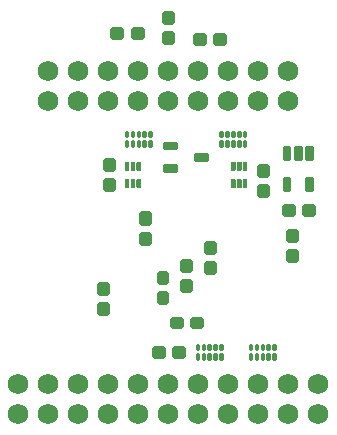
<source format=gbr>
G04 EAGLE Gerber RS-274X export*
G75*
%MOMM*%
%FSLAX34Y34*%
%LPD*%
%INSoldermask Bottom*%
%IPPOS*%
%AMOC8*
5,1,8,0,0,1.08239X$1,22.5*%
G01*
%ADD10C,0.605000*%
%ADD11C,1.750000*%
%ADD12C,0.301000*%

G36*
X-29000Y193545D02*
X-29000Y193545D01*
X-28999Y193545D01*
X-28690Y193594D01*
X-28690Y193595D01*
X-28689Y193595D01*
X-28410Y193737D01*
X-28410Y193738D01*
X-28409Y193737D01*
X-28187Y193959D01*
X-28187Y193960D01*
X-28045Y194239D01*
X-28045Y194240D01*
X-28044Y194240D01*
X-27995Y194549D01*
X-27995Y194550D01*
X-27995Y200250D01*
X-27995Y200251D01*
X-28044Y200560D01*
X-28045Y200560D01*
X-28045Y200561D01*
X-28187Y200840D01*
X-28188Y200840D01*
X-28187Y200841D01*
X-28409Y201063D01*
X-28410Y201063D01*
X-28689Y201206D01*
X-28690Y201205D01*
X-28690Y201206D01*
X-28999Y201255D01*
X-29000Y201255D01*
X-31000Y201255D01*
X-31001Y201255D01*
X-31310Y201206D01*
X-31310Y201205D01*
X-31311Y201206D01*
X-31590Y201063D01*
X-31591Y201063D01*
X-31813Y200841D01*
X-31813Y200840D01*
X-31956Y200561D01*
X-31955Y200560D01*
X-31956Y200560D01*
X-32005Y200251D01*
X-32005Y200250D01*
X-32005Y194550D01*
X-32005Y194549D01*
X-31956Y194240D01*
X-31955Y194240D01*
X-31956Y194239D01*
X-31813Y193960D01*
X-31813Y193959D01*
X-31591Y193737D01*
X-31590Y193737D01*
X-31311Y193595D01*
X-31310Y193595D01*
X-31310Y193594D01*
X-31001Y193545D01*
X-31000Y193545D01*
X-29000Y193545D01*
X-29000Y193545D01*
G37*
G36*
X66000Y193545D02*
X66000Y193545D01*
X66001Y193545D01*
X66310Y193594D01*
X66310Y193595D01*
X66311Y193595D01*
X66590Y193737D01*
X66590Y193738D01*
X66591Y193737D01*
X66813Y193959D01*
X66813Y193960D01*
X66956Y194239D01*
X66955Y194240D01*
X66956Y194240D01*
X67005Y194549D01*
X67005Y194550D01*
X67005Y200250D01*
X67005Y200251D01*
X66956Y200560D01*
X66955Y200560D01*
X66956Y200561D01*
X66813Y200840D01*
X66813Y200841D01*
X66591Y201063D01*
X66590Y201063D01*
X66311Y201206D01*
X66310Y201205D01*
X66310Y201206D01*
X66001Y201255D01*
X66000Y201255D01*
X64000Y201255D01*
X63999Y201255D01*
X63690Y201206D01*
X63690Y201205D01*
X63689Y201206D01*
X63410Y201063D01*
X63409Y201063D01*
X63187Y200841D01*
X63187Y200840D01*
X63045Y200561D01*
X63045Y200560D01*
X63044Y200560D01*
X62995Y200251D01*
X62995Y200250D01*
X62995Y194550D01*
X62995Y194549D01*
X63044Y194240D01*
X63045Y194240D01*
X63045Y194239D01*
X63187Y193960D01*
X63188Y193960D01*
X63187Y193959D01*
X63409Y193737D01*
X63410Y193737D01*
X63689Y193595D01*
X63690Y193595D01*
X63690Y193594D01*
X63999Y193545D01*
X64000Y193545D01*
X66000Y193545D01*
X66000Y193545D01*
G37*
G36*
X-34000Y193545D02*
X-34000Y193545D01*
X-33999Y193545D01*
X-33690Y193594D01*
X-33690Y193595D01*
X-33689Y193595D01*
X-33410Y193737D01*
X-33410Y193738D01*
X-33409Y193737D01*
X-33187Y193959D01*
X-33187Y193960D01*
X-33045Y194239D01*
X-33045Y194240D01*
X-33044Y194240D01*
X-32995Y194549D01*
X-32995Y194550D01*
X-32995Y200250D01*
X-32995Y200251D01*
X-33044Y200560D01*
X-33045Y200560D01*
X-33045Y200561D01*
X-33187Y200840D01*
X-33188Y200840D01*
X-33187Y200841D01*
X-33409Y201063D01*
X-33410Y201063D01*
X-33689Y201206D01*
X-33690Y201205D01*
X-33690Y201206D01*
X-33999Y201255D01*
X-34000Y201255D01*
X-36000Y201255D01*
X-36001Y201255D01*
X-36310Y201206D01*
X-36310Y201205D01*
X-36311Y201206D01*
X-36590Y201063D01*
X-36591Y201063D01*
X-36813Y200841D01*
X-36813Y200840D01*
X-36956Y200561D01*
X-36955Y200560D01*
X-36956Y200560D01*
X-37005Y200251D01*
X-37005Y200250D01*
X-37005Y194550D01*
X-37005Y194549D01*
X-36956Y194240D01*
X-36955Y194240D01*
X-36956Y194239D01*
X-36813Y193960D01*
X-36813Y193959D01*
X-36591Y193737D01*
X-36590Y193737D01*
X-36311Y193595D01*
X-36310Y193595D01*
X-36310Y193594D01*
X-36001Y193545D01*
X-36000Y193545D01*
X-34000Y193545D01*
X-34000Y193545D01*
G37*
G36*
X56000Y193545D02*
X56000Y193545D01*
X56001Y193545D01*
X56310Y193594D01*
X56310Y193595D01*
X56311Y193595D01*
X56590Y193737D01*
X56590Y193738D01*
X56591Y193737D01*
X56813Y193959D01*
X56813Y193960D01*
X56956Y194239D01*
X56955Y194240D01*
X56956Y194240D01*
X57005Y194549D01*
X57005Y194550D01*
X57005Y200250D01*
X57005Y200251D01*
X56956Y200560D01*
X56955Y200560D01*
X56956Y200561D01*
X56813Y200840D01*
X56813Y200841D01*
X56591Y201063D01*
X56590Y201063D01*
X56311Y201206D01*
X56310Y201205D01*
X56310Y201206D01*
X56001Y201255D01*
X56000Y201255D01*
X54000Y201255D01*
X53999Y201255D01*
X53690Y201206D01*
X53690Y201205D01*
X53689Y201206D01*
X53410Y201063D01*
X53409Y201063D01*
X53187Y200841D01*
X53187Y200840D01*
X53045Y200561D01*
X53045Y200560D01*
X53044Y200560D01*
X52995Y200251D01*
X52995Y200250D01*
X52995Y194550D01*
X52995Y194549D01*
X53044Y194240D01*
X53045Y194240D01*
X53045Y194239D01*
X53187Y193960D01*
X53188Y193960D01*
X53187Y193959D01*
X53409Y193737D01*
X53410Y193737D01*
X53689Y193595D01*
X53690Y193595D01*
X53690Y193594D01*
X53999Y193545D01*
X54000Y193545D01*
X56000Y193545D01*
X56000Y193545D01*
G37*
G36*
X-24000Y193545D02*
X-24000Y193545D01*
X-23999Y193545D01*
X-23690Y193594D01*
X-23690Y193595D01*
X-23689Y193595D01*
X-23410Y193737D01*
X-23410Y193738D01*
X-23409Y193737D01*
X-23187Y193959D01*
X-23187Y193960D01*
X-23045Y194239D01*
X-23045Y194240D01*
X-23044Y194240D01*
X-22995Y194549D01*
X-22995Y194550D01*
X-22995Y200250D01*
X-22995Y200251D01*
X-23044Y200560D01*
X-23045Y200560D01*
X-23045Y200561D01*
X-23187Y200840D01*
X-23188Y200840D01*
X-23187Y200841D01*
X-23409Y201063D01*
X-23410Y201063D01*
X-23689Y201206D01*
X-23690Y201205D01*
X-23690Y201206D01*
X-23999Y201255D01*
X-24000Y201255D01*
X-26000Y201255D01*
X-26001Y201255D01*
X-26310Y201206D01*
X-26310Y201205D01*
X-26311Y201206D01*
X-26590Y201063D01*
X-26591Y201063D01*
X-26813Y200841D01*
X-26813Y200840D01*
X-26956Y200561D01*
X-26955Y200560D01*
X-26956Y200560D01*
X-27005Y200251D01*
X-27005Y200250D01*
X-27005Y194550D01*
X-27005Y194549D01*
X-26956Y194240D01*
X-26955Y194240D01*
X-26956Y194239D01*
X-26813Y193960D01*
X-26813Y193959D01*
X-26591Y193737D01*
X-26590Y193737D01*
X-26311Y193595D01*
X-26310Y193595D01*
X-26310Y193594D01*
X-26001Y193545D01*
X-26000Y193545D01*
X-24000Y193545D01*
X-24000Y193545D01*
G37*
G36*
X61000Y193545D02*
X61000Y193545D01*
X61001Y193545D01*
X61310Y193594D01*
X61310Y193595D01*
X61311Y193595D01*
X61590Y193737D01*
X61590Y193738D01*
X61591Y193737D01*
X61813Y193959D01*
X61813Y193960D01*
X61956Y194239D01*
X61955Y194240D01*
X61956Y194240D01*
X62005Y194549D01*
X62005Y194550D01*
X62005Y200250D01*
X62005Y200251D01*
X61956Y200560D01*
X61955Y200560D01*
X61956Y200561D01*
X61813Y200840D01*
X61813Y200841D01*
X61591Y201063D01*
X61590Y201063D01*
X61311Y201206D01*
X61310Y201205D01*
X61310Y201206D01*
X61001Y201255D01*
X61000Y201255D01*
X59000Y201255D01*
X58999Y201255D01*
X58690Y201206D01*
X58690Y201205D01*
X58689Y201206D01*
X58410Y201063D01*
X58409Y201063D01*
X58187Y200841D01*
X58187Y200840D01*
X58045Y200561D01*
X58045Y200560D01*
X58044Y200560D01*
X57995Y200251D01*
X57995Y200250D01*
X57995Y194550D01*
X57995Y194549D01*
X58044Y194240D01*
X58045Y194240D01*
X58045Y194239D01*
X58187Y193960D01*
X58188Y193960D01*
X58187Y193959D01*
X58409Y193737D01*
X58410Y193737D01*
X58689Y193595D01*
X58690Y193595D01*
X58690Y193594D01*
X58999Y193545D01*
X59000Y193545D01*
X61000Y193545D01*
X61000Y193545D01*
G37*
G36*
X-34000Y178745D02*
X-34000Y178745D01*
X-33999Y178745D01*
X-33690Y178794D01*
X-33690Y178795D01*
X-33689Y178795D01*
X-33410Y178937D01*
X-33410Y178938D01*
X-33409Y178937D01*
X-33187Y179159D01*
X-33187Y179160D01*
X-33045Y179439D01*
X-33045Y179440D01*
X-33044Y179440D01*
X-32995Y179749D01*
X-32995Y179750D01*
X-32995Y185450D01*
X-32995Y185451D01*
X-33044Y185760D01*
X-33045Y185760D01*
X-33045Y185761D01*
X-33187Y186040D01*
X-33188Y186040D01*
X-33187Y186041D01*
X-33409Y186263D01*
X-33410Y186263D01*
X-33689Y186406D01*
X-33690Y186405D01*
X-33690Y186406D01*
X-33999Y186455D01*
X-34000Y186455D01*
X-36000Y186455D01*
X-36001Y186455D01*
X-36310Y186406D01*
X-36310Y186405D01*
X-36311Y186406D01*
X-36590Y186263D01*
X-36591Y186263D01*
X-36813Y186041D01*
X-36813Y186040D01*
X-36956Y185761D01*
X-36955Y185760D01*
X-36956Y185760D01*
X-37005Y185451D01*
X-37005Y185450D01*
X-37005Y179750D01*
X-37005Y179749D01*
X-36956Y179440D01*
X-36955Y179440D01*
X-36956Y179439D01*
X-36813Y179160D01*
X-36813Y179159D01*
X-36591Y178937D01*
X-36590Y178937D01*
X-36311Y178795D01*
X-36310Y178795D01*
X-36310Y178794D01*
X-36001Y178745D01*
X-36000Y178745D01*
X-34000Y178745D01*
X-34000Y178745D01*
G37*
G36*
X61000Y178745D02*
X61000Y178745D01*
X61001Y178745D01*
X61310Y178794D01*
X61310Y178795D01*
X61311Y178795D01*
X61590Y178937D01*
X61590Y178938D01*
X61591Y178937D01*
X61813Y179159D01*
X61813Y179160D01*
X61956Y179439D01*
X61955Y179440D01*
X61956Y179440D01*
X62005Y179749D01*
X62005Y179750D01*
X62005Y185450D01*
X62005Y185451D01*
X61956Y185760D01*
X61955Y185760D01*
X61956Y185761D01*
X61813Y186040D01*
X61813Y186041D01*
X61591Y186263D01*
X61590Y186263D01*
X61311Y186406D01*
X61310Y186405D01*
X61310Y186406D01*
X61001Y186455D01*
X61000Y186455D01*
X59000Y186455D01*
X58999Y186455D01*
X58690Y186406D01*
X58690Y186405D01*
X58689Y186406D01*
X58410Y186263D01*
X58409Y186263D01*
X58187Y186041D01*
X58187Y186040D01*
X58045Y185761D01*
X58045Y185760D01*
X58044Y185760D01*
X57995Y185451D01*
X57995Y185450D01*
X57995Y179750D01*
X57995Y179749D01*
X58044Y179440D01*
X58045Y179440D01*
X58045Y179439D01*
X58187Y179160D01*
X58188Y179160D01*
X58187Y179159D01*
X58409Y178937D01*
X58410Y178937D01*
X58689Y178795D01*
X58690Y178795D01*
X58690Y178794D01*
X58999Y178745D01*
X59000Y178745D01*
X61000Y178745D01*
X61000Y178745D01*
G37*
G36*
X-24000Y178745D02*
X-24000Y178745D01*
X-23999Y178745D01*
X-23690Y178794D01*
X-23690Y178795D01*
X-23689Y178795D01*
X-23410Y178937D01*
X-23410Y178938D01*
X-23409Y178937D01*
X-23187Y179159D01*
X-23187Y179160D01*
X-23045Y179439D01*
X-23045Y179440D01*
X-23044Y179440D01*
X-22995Y179749D01*
X-22995Y179750D01*
X-22995Y185450D01*
X-22995Y185451D01*
X-23044Y185760D01*
X-23045Y185760D01*
X-23045Y185761D01*
X-23187Y186040D01*
X-23188Y186040D01*
X-23187Y186041D01*
X-23409Y186263D01*
X-23410Y186263D01*
X-23689Y186406D01*
X-23690Y186405D01*
X-23690Y186406D01*
X-23999Y186455D01*
X-24000Y186455D01*
X-26000Y186455D01*
X-26001Y186455D01*
X-26310Y186406D01*
X-26310Y186405D01*
X-26311Y186406D01*
X-26590Y186263D01*
X-26591Y186263D01*
X-26813Y186041D01*
X-26813Y186040D01*
X-26956Y185761D01*
X-26955Y185760D01*
X-26956Y185760D01*
X-27005Y185451D01*
X-27005Y185450D01*
X-27005Y179750D01*
X-27005Y179749D01*
X-26956Y179440D01*
X-26955Y179440D01*
X-26956Y179439D01*
X-26813Y179160D01*
X-26813Y179159D01*
X-26591Y178937D01*
X-26590Y178937D01*
X-26311Y178795D01*
X-26310Y178795D01*
X-26310Y178794D01*
X-26001Y178745D01*
X-26000Y178745D01*
X-24000Y178745D01*
X-24000Y178745D01*
G37*
G36*
X-29000Y178745D02*
X-29000Y178745D01*
X-28999Y178745D01*
X-28690Y178794D01*
X-28690Y178795D01*
X-28689Y178795D01*
X-28410Y178937D01*
X-28410Y178938D01*
X-28409Y178937D01*
X-28187Y179159D01*
X-28187Y179160D01*
X-28045Y179439D01*
X-28045Y179440D01*
X-28044Y179440D01*
X-27995Y179749D01*
X-27995Y179750D01*
X-27995Y185450D01*
X-27995Y185451D01*
X-28044Y185760D01*
X-28045Y185760D01*
X-28045Y185761D01*
X-28187Y186040D01*
X-28188Y186040D01*
X-28187Y186041D01*
X-28409Y186263D01*
X-28410Y186263D01*
X-28689Y186406D01*
X-28690Y186405D01*
X-28690Y186406D01*
X-28999Y186455D01*
X-29000Y186455D01*
X-31000Y186455D01*
X-31001Y186455D01*
X-31310Y186406D01*
X-31310Y186405D01*
X-31311Y186406D01*
X-31590Y186263D01*
X-31591Y186263D01*
X-31813Y186041D01*
X-31813Y186040D01*
X-31956Y185761D01*
X-31955Y185760D01*
X-31956Y185760D01*
X-32005Y185451D01*
X-32005Y185450D01*
X-32005Y179750D01*
X-32005Y179749D01*
X-31956Y179440D01*
X-31955Y179440D01*
X-31956Y179439D01*
X-31813Y179160D01*
X-31813Y179159D01*
X-31591Y178937D01*
X-31590Y178937D01*
X-31311Y178795D01*
X-31310Y178795D01*
X-31310Y178794D01*
X-31001Y178745D01*
X-31000Y178745D01*
X-29000Y178745D01*
X-29000Y178745D01*
G37*
G36*
X56000Y178745D02*
X56000Y178745D01*
X56001Y178745D01*
X56310Y178794D01*
X56310Y178795D01*
X56311Y178795D01*
X56590Y178937D01*
X56590Y178938D01*
X56591Y178937D01*
X56813Y179159D01*
X56813Y179160D01*
X56956Y179439D01*
X56955Y179440D01*
X56956Y179440D01*
X57005Y179749D01*
X57005Y179750D01*
X57005Y185450D01*
X57005Y185451D01*
X56956Y185760D01*
X56955Y185760D01*
X56956Y185761D01*
X56813Y186040D01*
X56813Y186041D01*
X56591Y186263D01*
X56590Y186263D01*
X56311Y186406D01*
X56310Y186405D01*
X56310Y186406D01*
X56001Y186455D01*
X56000Y186455D01*
X54000Y186455D01*
X53999Y186455D01*
X53690Y186406D01*
X53690Y186405D01*
X53689Y186406D01*
X53410Y186263D01*
X53409Y186263D01*
X53187Y186041D01*
X53187Y186040D01*
X53045Y185761D01*
X53045Y185760D01*
X53044Y185760D01*
X52995Y185451D01*
X52995Y185450D01*
X52995Y179750D01*
X52995Y179749D01*
X53044Y179440D01*
X53045Y179440D01*
X53045Y179439D01*
X53187Y179160D01*
X53188Y179160D01*
X53187Y179159D01*
X53409Y178937D01*
X53410Y178937D01*
X53689Y178795D01*
X53690Y178795D01*
X53690Y178794D01*
X53999Y178745D01*
X54000Y178745D01*
X56000Y178745D01*
X56000Y178745D01*
G37*
G36*
X66000Y178745D02*
X66000Y178745D01*
X66001Y178745D01*
X66310Y178794D01*
X66310Y178795D01*
X66311Y178795D01*
X66590Y178937D01*
X66590Y178938D01*
X66591Y178937D01*
X66813Y179159D01*
X66813Y179160D01*
X66956Y179439D01*
X66955Y179440D01*
X66956Y179440D01*
X67005Y179749D01*
X67005Y179750D01*
X67005Y185450D01*
X67005Y185451D01*
X66956Y185760D01*
X66955Y185760D01*
X66956Y185761D01*
X66813Y186040D01*
X66813Y186041D01*
X66591Y186263D01*
X66590Y186263D01*
X66311Y186406D01*
X66310Y186405D01*
X66310Y186406D01*
X66001Y186455D01*
X66000Y186455D01*
X64000Y186455D01*
X63999Y186455D01*
X63690Y186406D01*
X63690Y186405D01*
X63689Y186406D01*
X63410Y186263D01*
X63409Y186263D01*
X63187Y186041D01*
X63187Y186040D01*
X63045Y185761D01*
X63045Y185760D01*
X63044Y185760D01*
X62995Y185451D01*
X62995Y185450D01*
X62995Y179750D01*
X62995Y179749D01*
X63044Y179440D01*
X63045Y179440D01*
X63045Y179439D01*
X63187Y179160D01*
X63188Y179160D01*
X63187Y179159D01*
X63409Y178937D01*
X63410Y178937D01*
X63689Y178795D01*
X63690Y178795D01*
X63690Y178794D01*
X63999Y178745D01*
X64000Y178745D01*
X66000Y178745D01*
X66000Y178745D01*
G37*
D10*
X107475Y124475D02*
X107475Y118525D01*
X102525Y118525D01*
X102525Y124475D01*
X107475Y124475D01*
X107475Y124272D02*
X102525Y124272D01*
X107475Y135525D02*
X107475Y141475D01*
X107475Y135525D02*
X102525Y135525D01*
X102525Y141475D01*
X107475Y141475D01*
X107475Y141272D02*
X102525Y141272D01*
D11*
X-127000Y12700D03*
X-127000Y-12700D03*
X-101600Y12700D03*
X-101600Y-12700D03*
X-76200Y12700D03*
X-76200Y-12700D03*
X-50800Y12700D03*
X-50800Y-12700D03*
X-25400Y12700D03*
X-25400Y-12700D03*
X0Y12700D03*
X0Y-12700D03*
X25400Y12700D03*
X25400Y-12700D03*
X50800Y12700D03*
X50800Y-12700D03*
X76200Y12700D03*
X76200Y-12700D03*
X101600Y12700D03*
X101600Y-12700D03*
X127000Y12700D03*
X127000Y-12700D03*
D10*
X-2475Y320525D02*
X-2475Y326475D01*
X2475Y326475D01*
X2475Y320525D01*
X-2475Y320525D01*
X-2475Y326272D02*
X2475Y326272D01*
X-2475Y309475D02*
X-2475Y303525D01*
X-2475Y309475D02*
X2475Y309475D01*
X2475Y303525D01*
X-2475Y303525D01*
X-2475Y309272D02*
X2475Y309272D01*
X23525Y302525D02*
X29475Y302525D01*
X23525Y302525D02*
X23525Y307475D01*
X29475Y307475D01*
X29475Y302525D01*
X40525Y302525D02*
X46475Y302525D01*
X40525Y302525D02*
X40525Y307475D01*
X46475Y307475D01*
X46475Y302525D01*
X-23525Y312475D02*
X-29475Y312475D01*
X-23525Y312475D02*
X-23525Y307525D01*
X-29475Y307525D01*
X-29475Y312475D01*
X-40525Y312475D02*
X-46475Y312475D01*
X-40525Y312475D02*
X-40525Y307525D01*
X-46475Y307525D01*
X-46475Y312475D01*
X-11475Y37525D02*
X-5525Y37525D01*
X-11475Y37525D02*
X-11475Y42475D01*
X-5525Y42475D01*
X-5525Y37525D01*
X5525Y37525D02*
X11475Y37525D01*
X5525Y37525D02*
X5525Y42475D01*
X11475Y42475D01*
X11475Y37525D01*
D12*
X24755Y45495D02*
X25245Y45495D01*
X25245Y42505D01*
X24755Y42505D01*
X24755Y45495D01*
X24755Y45364D02*
X25245Y45364D01*
X29755Y45495D02*
X30245Y45495D01*
X30245Y42505D01*
X29755Y42505D01*
X29755Y45495D01*
X29755Y45364D02*
X30245Y45364D01*
X34755Y45495D02*
X35245Y45495D01*
X35245Y42505D01*
X34755Y42505D01*
X34755Y45495D01*
X34755Y45364D02*
X35245Y45364D01*
X39755Y45495D02*
X40245Y45495D01*
X40245Y42505D01*
X39755Y42505D01*
X39755Y45495D01*
X39755Y45364D02*
X40245Y45364D01*
X44755Y45495D02*
X45245Y45495D01*
X45245Y42505D01*
X44755Y42505D01*
X44755Y45495D01*
X44755Y45364D02*
X45245Y45364D01*
X45245Y37495D02*
X44755Y37495D01*
X45245Y37495D02*
X45245Y34505D01*
X44755Y34505D01*
X44755Y37495D01*
X44755Y37364D02*
X45245Y37364D01*
X40245Y37495D02*
X39755Y37495D01*
X40245Y37495D02*
X40245Y34505D01*
X39755Y34505D01*
X39755Y37495D01*
X39755Y37364D02*
X40245Y37364D01*
X35245Y37495D02*
X34755Y37495D01*
X35245Y37495D02*
X35245Y34505D01*
X34755Y34505D01*
X34755Y37495D01*
X34755Y37364D02*
X35245Y37364D01*
X30245Y37495D02*
X29755Y37495D01*
X30245Y37495D02*
X30245Y34505D01*
X29755Y34505D01*
X29755Y37495D01*
X29755Y37364D02*
X30245Y37364D01*
X25245Y37495D02*
X24755Y37495D01*
X25245Y37495D02*
X25245Y34505D01*
X24755Y34505D01*
X24755Y37495D01*
X24755Y37364D02*
X25245Y37364D01*
X89755Y34505D02*
X90245Y34505D01*
X89755Y34505D02*
X89755Y37495D01*
X90245Y37495D01*
X90245Y34505D01*
X90245Y37364D02*
X89755Y37364D01*
X85245Y34505D02*
X84755Y34505D01*
X84755Y37495D01*
X85245Y37495D01*
X85245Y34505D01*
X85245Y37364D02*
X84755Y37364D01*
X80245Y34505D02*
X79755Y34505D01*
X79755Y37495D01*
X80245Y37495D01*
X80245Y34505D01*
X80245Y37364D02*
X79755Y37364D01*
X75245Y34505D02*
X74755Y34505D01*
X74755Y37495D01*
X75245Y37495D01*
X75245Y34505D01*
X75245Y37364D02*
X74755Y37364D01*
X70245Y34505D02*
X69755Y34505D01*
X69755Y37495D01*
X70245Y37495D01*
X70245Y34505D01*
X70245Y37364D02*
X69755Y37364D01*
X69755Y42505D02*
X70245Y42505D01*
X69755Y42505D02*
X69755Y45495D01*
X70245Y45495D01*
X70245Y42505D01*
X70245Y45364D02*
X69755Y45364D01*
X74755Y42505D02*
X75245Y42505D01*
X74755Y42505D02*
X74755Y45495D01*
X75245Y45495D01*
X75245Y42505D01*
X75245Y45364D02*
X74755Y45364D01*
X79755Y42505D02*
X80245Y42505D01*
X79755Y42505D02*
X79755Y45495D01*
X80245Y45495D01*
X80245Y42505D01*
X80245Y45364D02*
X79755Y45364D01*
X84755Y42505D02*
X85245Y42505D01*
X84755Y42505D02*
X84755Y45495D01*
X85245Y45495D01*
X85245Y42505D01*
X85245Y45364D02*
X84755Y45364D01*
X89755Y42505D02*
X90245Y42505D01*
X89755Y42505D02*
X89755Y45495D01*
X90245Y45495D01*
X90245Y42505D01*
X90245Y45364D02*
X89755Y45364D01*
D10*
X26475Y67475D02*
X20525Y67475D01*
X26475Y67475D02*
X26475Y62525D01*
X20525Y62525D01*
X20525Y67475D01*
X9475Y67475D02*
X3525Y67475D01*
X9475Y67475D02*
X9475Y62525D01*
X3525Y62525D01*
X3525Y67475D01*
X-52525Y73525D02*
X-52525Y79475D01*
X-52525Y73525D02*
X-57475Y73525D01*
X-57475Y79475D01*
X-52525Y79475D01*
X-52525Y79272D02*
X-57475Y79272D01*
X-52525Y90525D02*
X-52525Y96475D01*
X-52525Y90525D02*
X-57475Y90525D01*
X-57475Y96475D01*
X-52525Y96475D01*
X-52525Y96272D02*
X-57475Y96272D01*
X-22475Y150525D02*
X-22475Y156475D01*
X-17525Y156475D01*
X-17525Y150525D01*
X-22475Y150525D01*
X-22475Y156272D02*
X-17525Y156272D01*
X-22475Y139475D02*
X-22475Y133525D01*
X-22475Y139475D02*
X-17525Y139475D01*
X-17525Y133525D01*
X-22475Y133525D01*
X-22475Y139272D02*
X-17525Y139272D01*
X32525Y131475D02*
X32525Y125525D01*
X32525Y131475D02*
X37475Y131475D01*
X37475Y125525D01*
X32525Y125525D01*
X32525Y131272D02*
X37475Y131272D01*
X32525Y114475D02*
X32525Y108525D01*
X32525Y114475D02*
X37475Y114475D01*
X37475Y108525D01*
X32525Y108525D01*
X32525Y114272D02*
X37475Y114272D01*
D12*
X44755Y225495D02*
X45245Y225495D01*
X45245Y222505D01*
X44755Y222505D01*
X44755Y225495D01*
X44755Y225364D02*
X45245Y225364D01*
X49755Y225495D02*
X50245Y225495D01*
X50245Y222505D01*
X49755Y222505D01*
X49755Y225495D01*
X49755Y225364D02*
X50245Y225364D01*
X54755Y225495D02*
X55245Y225495D01*
X55245Y222505D01*
X54755Y222505D01*
X54755Y225495D01*
X54755Y225364D02*
X55245Y225364D01*
X59755Y225495D02*
X60245Y225495D01*
X60245Y222505D01*
X59755Y222505D01*
X59755Y225495D01*
X59755Y225364D02*
X60245Y225364D01*
X64755Y225495D02*
X65245Y225495D01*
X65245Y222505D01*
X64755Y222505D01*
X64755Y225495D01*
X64755Y225364D02*
X65245Y225364D01*
X65245Y217495D02*
X64755Y217495D01*
X65245Y217495D02*
X65245Y214505D01*
X64755Y214505D01*
X64755Y217495D01*
X64755Y217364D02*
X65245Y217364D01*
X60245Y217495D02*
X59755Y217495D01*
X60245Y217495D02*
X60245Y214505D01*
X59755Y214505D01*
X59755Y217495D01*
X59755Y217364D02*
X60245Y217364D01*
X55245Y217495D02*
X54755Y217495D01*
X55245Y217495D02*
X55245Y214505D01*
X54755Y214505D01*
X54755Y217495D01*
X54755Y217364D02*
X55245Y217364D01*
X50245Y217495D02*
X49755Y217495D01*
X50245Y217495D02*
X50245Y214505D01*
X49755Y214505D01*
X49755Y217495D01*
X49755Y217364D02*
X50245Y217364D01*
X45245Y217495D02*
X44755Y217495D01*
X45245Y217495D02*
X45245Y214505D01*
X44755Y214505D01*
X44755Y217495D01*
X44755Y217364D02*
X45245Y217364D01*
X-14755Y214505D02*
X-15245Y214505D01*
X-15245Y217495D01*
X-14755Y217495D01*
X-14755Y214505D01*
X-14755Y217364D02*
X-15245Y217364D01*
X-19755Y214505D02*
X-20245Y214505D01*
X-20245Y217495D01*
X-19755Y217495D01*
X-19755Y214505D01*
X-19755Y217364D02*
X-20245Y217364D01*
X-24755Y214505D02*
X-25245Y214505D01*
X-25245Y217495D01*
X-24755Y217495D01*
X-24755Y214505D01*
X-24755Y217364D02*
X-25245Y217364D01*
X-29755Y214505D02*
X-30245Y214505D01*
X-30245Y217495D01*
X-29755Y217495D01*
X-29755Y214505D01*
X-29755Y217364D02*
X-30245Y217364D01*
X-34755Y214505D02*
X-35245Y214505D01*
X-35245Y217495D01*
X-34755Y217495D01*
X-34755Y214505D01*
X-34755Y217364D02*
X-35245Y217364D01*
X-35245Y222505D02*
X-34755Y222505D01*
X-35245Y222505D02*
X-35245Y225495D01*
X-34755Y225495D01*
X-34755Y222505D01*
X-34755Y225364D02*
X-35245Y225364D01*
X-30245Y222505D02*
X-29755Y222505D01*
X-30245Y222505D02*
X-30245Y225495D01*
X-29755Y225495D01*
X-29755Y222505D01*
X-29755Y225364D02*
X-30245Y225364D01*
X-25245Y222505D02*
X-24755Y222505D01*
X-25245Y222505D02*
X-25245Y225495D01*
X-24755Y225495D01*
X-24755Y222505D01*
X-24755Y225364D02*
X-25245Y225364D01*
X-20245Y222505D02*
X-19755Y222505D01*
X-20245Y222505D02*
X-20245Y225495D01*
X-19755Y225495D01*
X-19755Y222505D01*
X-19755Y225364D02*
X-20245Y225364D01*
X-15245Y222505D02*
X-14755Y222505D01*
X-15245Y222505D02*
X-15245Y225495D01*
X-14755Y225495D01*
X-14755Y222505D01*
X-14755Y225364D02*
X-15245Y225364D01*
D10*
X-2525Y89475D02*
X-2525Y83525D01*
X-7475Y83525D01*
X-7475Y89475D01*
X-2525Y89475D01*
X-2525Y89272D02*
X-7475Y89272D01*
X-2525Y100525D02*
X-2525Y106475D01*
X-2525Y100525D02*
X-7475Y100525D01*
X-7475Y106475D01*
X-2525Y106475D01*
X-2525Y106272D02*
X-7475Y106272D01*
X12525Y110525D02*
X12525Y116475D01*
X17475Y116475D01*
X17475Y110525D01*
X12525Y110525D01*
X12525Y116272D02*
X17475Y116272D01*
X12525Y99475D02*
X12525Y93525D01*
X12525Y99475D02*
X17475Y99475D01*
X17475Y93525D01*
X12525Y93525D01*
X12525Y99272D02*
X17475Y99272D01*
X77525Y190525D02*
X77525Y196475D01*
X82475Y196475D01*
X82475Y190525D01*
X77525Y190525D01*
X77525Y196272D02*
X82475Y196272D01*
X77525Y179475D02*
X77525Y173525D01*
X77525Y179475D02*
X82475Y179475D01*
X82475Y173525D01*
X77525Y173525D01*
X77525Y179272D02*
X82475Y179272D01*
X-52475Y195525D02*
X-52475Y201475D01*
X-47525Y201475D01*
X-47525Y195525D01*
X-52475Y195525D01*
X-52475Y201272D02*
X-47525Y201272D01*
X-52475Y184475D02*
X-52475Y178525D01*
X-52475Y184475D02*
X-47525Y184475D01*
X-47525Y178525D01*
X-52475Y178525D01*
X-52475Y184272D02*
X-47525Y184272D01*
D11*
X-101600Y277700D03*
X-101600Y252300D03*
X-76200Y277700D03*
X-76200Y252300D03*
X-50800Y277700D03*
X-50800Y252300D03*
X-25400Y277700D03*
X-25400Y252300D03*
X0Y277700D03*
X0Y252300D03*
X25400Y277700D03*
X25400Y252300D03*
X50800Y277700D03*
X50800Y252300D03*
X76200Y277700D03*
X76200Y252300D03*
X101600Y277700D03*
X101600Y252300D03*
D12*
X6495Y193505D02*
X-2495Y193505D01*
X-2495Y197495D01*
X6495Y197495D01*
X6495Y193505D01*
X6495Y196364D02*
X-2495Y196364D01*
X-2495Y212505D02*
X6495Y212505D01*
X-2495Y212505D02*
X-2495Y216495D01*
X6495Y216495D01*
X6495Y212505D01*
X6495Y215364D02*
X-2495Y215364D01*
X23505Y203005D02*
X32495Y203005D01*
X23505Y203005D02*
X23505Y206995D01*
X32495Y206995D01*
X32495Y203005D01*
X32495Y205864D02*
X23505Y205864D01*
X98505Y203505D02*
X98505Y212495D01*
X102495Y212495D01*
X102495Y203505D01*
X98505Y203505D01*
X98505Y206364D02*
X102495Y206364D01*
X102495Y209223D02*
X98505Y209223D01*
X98505Y212082D02*
X102495Y212082D01*
X108005Y212495D02*
X108005Y203505D01*
X108005Y212495D02*
X111995Y212495D01*
X111995Y203505D01*
X108005Y203505D01*
X108005Y206364D02*
X111995Y206364D01*
X111995Y209223D02*
X108005Y209223D01*
X108005Y212082D02*
X111995Y212082D01*
X117505Y212495D02*
X117505Y203505D01*
X117505Y212495D02*
X121495Y212495D01*
X121495Y203505D01*
X117505Y203505D01*
X117505Y206364D02*
X121495Y206364D01*
X121495Y209223D02*
X117505Y209223D01*
X117505Y212082D02*
X121495Y212082D01*
X117505Y186495D02*
X117505Y177505D01*
X117505Y186495D02*
X121495Y186495D01*
X121495Y177505D01*
X117505Y177505D01*
X117505Y180364D02*
X121495Y180364D01*
X121495Y183223D02*
X117505Y183223D01*
X117505Y186082D02*
X121495Y186082D01*
X98505Y186495D02*
X98505Y177505D01*
X98505Y186495D02*
X102495Y186495D01*
X102495Y177505D01*
X98505Y177505D01*
X98505Y180364D02*
X102495Y180364D01*
X102495Y183223D02*
X98505Y183223D01*
X98505Y186082D02*
X102495Y186082D01*
D10*
X115525Y162475D02*
X121475Y162475D01*
X121475Y157525D01*
X115525Y157525D01*
X115525Y162475D01*
X104475Y162475D02*
X98525Y162475D01*
X104475Y162475D02*
X104475Y157525D01*
X98525Y157525D01*
X98525Y162475D01*
M02*

</source>
